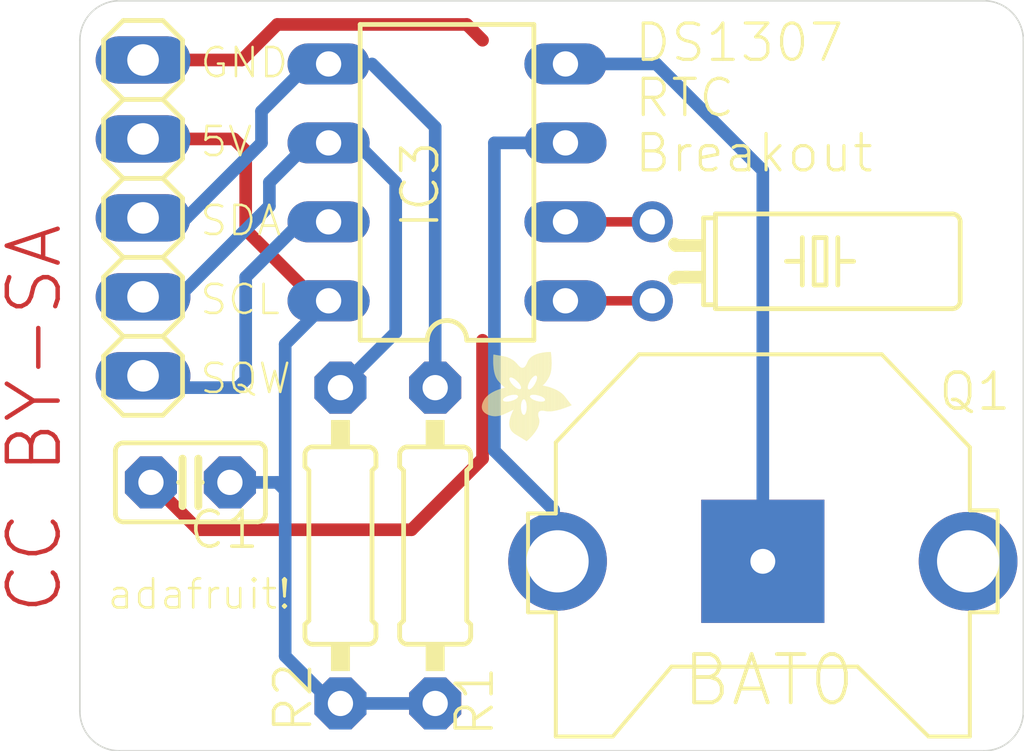
<source format=kicad_pcb>
(kicad_pcb (version 20211014) (generator pcbnew)
  (layers (0 "F.Cu" signal) (1 "In1.Cu" signal) (2 "In2.Cu" signal) (3 "In3.Cu" signal) (4 "In4.Cu" signal) (5 "In5.Cu" signal) (6 "In6.Cu" signal) (7 "In7.Cu" signal) (8 "In8.Cu" signal) (9 "In9.Cu" signal) (10 "In10.Cu" signal) (11 "In11.Cu" signal) (12 "In12.Cu" signal) (13 "In13.Cu" signal) (14 "In14.Cu" signal) (31 "B.Cu" signal) (34 "B.Paste" user) (35 "F.Paste" user) (36 "B.SilkS" user "B.Silkscreen") (37 "F.SilkS" user "F.Silkscreen") (38 "B.Mask" user) (39 "F.Mask" user) (44 "Edge.Cuts" user))
  (net 0 "")
  (net 1 "GND")
  (net 2 "VCC")
  (net 3 "SDA")
  (net 4 "SCL")
  (net 5 "N$14")
  (net 6 "N$15")
  (net 7 "N$39")
  (net 8 "SQW")
  (footprint "" (layer "F.Cu") (at 135.9916 114.5286)
    (fp_text reference "@HOLE1" hide)
    (fp_text value "" (at 0 0) (layer "F.SilkS") (effects (font (size 1.27 1.27))))
    (pad "" np_thru_hole circle (at 0 0) (size 3.2 3.2) (drill 3.2) (layers *.Cu *.Mask))
  )
  (footprint "ds1307:0207_10" (layer "F.Cu") (at 141.7066 110.4646 90)
    (fp_text reference "R2" (at -6.096 -1.524 90) (layer "F.SilkS") (effects (font (size 1.1557 1.1557) (thickness 0.1143)) (justify left)))
    (fp_text value "2.2K")
    (pad "1" thru_hole roundrect (at -5.08 0 90) (size 1.6764 1.6764) (drill 0.8128) (layers *.Cu *.Mask) (chamfer_ratio 0.2928932188) (chamfer top_left top_right bottom_left bottom_right) (net 2 "VCC"))
    (pad "2" thru_hole roundrect (at 5.08 0 90) (size 1.6764 1.6764) (drill 0.8128) (layers *.Cu *.Mask) (chamfer_ratio 0.2928932188) (chamfer top_left top_right bottom_left bottom_right) (net 4 "SCL"))
  )
  (footprint "ds1307:ADAFRUIT200MIL" (layer "F.Cu") (at 147.8026 105.6386 180)
    (fp_text reference "U$1" hide)
    (fp_text value "" hide)
  )
  (footprint "ds1307:DIL08" (layer "F.Cu") (at 145.1356 98.7806 90)
    (fp_text reference "IC3" (at 1.397 -0.8636 90) (layer "F.SilkS") (effects (font (size 1.1557 1.1557) (thickness 0.1143)) (justify right)))
    (fp_text value "DS1307")
    (pad "1" thru_hole oval (at -3.81 3.81 180) (size 2.6416 1.3208) (drill 0.8128) (layers *.Cu *.Mask) (net 5 "N$14"))
    (pad "2" thru_hole oval (at -1.27 3.81 180) (size 2.6416 1.3208) (drill 0.8128) (layers *.Cu *.Mask) (net 6 "N$15"))
    (pad "3" thru_hole oval (at 1.27 3.81 180) (size 2.6416 1.3208) (drill 0.8128) (layers *.Cu *.Mask) (net 7 "N$39"))
    (pad "4" thru_hole oval (at 3.81 3.81 180) (size 2.6416 1.3208) (drill 0.8128) (layers *.Cu *.Mask) (net 1 "GND"))
    (pad "5" thru_hole oval (at 3.81 -3.81 180) (size 2.6416 1.3208) (drill 0.8128) (layers *.Cu *.Mask) (net 3 "SDA"))
    (pad "6" thru_hole oval (at 1.27 -3.81 180) (size 2.6416 1.3208) (drill 0.8128) (layers *.Cu *.Mask) (net 4 "SCL"))
    (pad "7" thru_hole oval (at -1.27 -3.81 180) (size 2.6416 1.3208) (drill 0.8128) (layers *.Cu *.Mask) (net 8 "SQW"))
    (pad "8" thru_hole oval (at -3.81 -3.81 180) (size 2.6416 1.3208) (drill 0.8128) (layers *.Cu *.Mask) (net 2 "VCC"))
  )
  (footprint "ds1307:0207_10" (layer "F.Cu") (at 144.7546 110.4646 -90)
    (fp_text reference "R1" (at 3.81 -1.27 90) (layer "F.SilkS") (effects (font (size 1.1557 1.1557) (thickness 0.1143)) (justify right)))
    (fp_text value "2.2k")
    (pad "1" thru_hole roundrect (at -5.08 0 270) (size 1.6764 1.6764) (drill 0.8128) (layers *.Cu *.Mask) (chamfer_ratio 0.2928932188) (chamfer top_left top_right bottom_left bottom_right) (net 3 "SDA"))
    (pad "2" thru_hole roundrect (at 5.08 0 270) (size 1.6764 1.6764) (drill 0.8128) (layers *.Cu *.Mask) (chamfer_ratio 0.2928932188) (chamfer top_left top_right bottom_left bottom_right) (net 2 "VCC"))
  )
  (footprint "ds1307:1X05" (layer "F.Cu") (at 135.3566 99.9236 90)
    (fp_text reference "JP2" hide)
    (fp_text value "")
    (pad "1" thru_hole oval (at -5.08 0 180) (size 3.048 1.524) (drill 1.016) (layers *.Cu *.Mask) (net 8 "SQW"))
    (pad "2" thru_hole oval (at -2.54 0 180) (size 3.048 1.524) (drill 1.016) (layers *.Cu *.Mask) (net 4 "SCL"))
    (pad "3" thru_hole oval (at 0 0 180) (size 3.048 1.524) (drill 1.016) (layers *.Cu *.Mask) (net 3 "SDA"))
    (pad "4" thru_hole oval (at 2.54 0 180) (size 3.048 1.524) (drill 1.016) (layers *.Cu *.Mask) (net 2 "VCC"))
    (pad "5" thru_hole oval (at 5.08 0 180) (size 3.048 1.524) (drill 1.016) (layers *.Cu *.Mask) (net 1 "GND"))
  )
  (footprint "ds1307:TC38H" (layer "F.Cu") (at 151.7396 101.3206 -90)
    (fp_text reference "Q1" (at 4.191 -9.144) (layer "F.SilkS") (effects (font (size 1.1557 1.1557) (thickness 0.1143)) (justify left)))
    (fp_text value "32.768")
    (pad "1" thru_hole circle (at -1.27 0 270) (size 1.3208 1.3208) (drill 0.8128) (layers *.Cu *.Mask) (net 6 "N$15"))
    (pad "2" thru_hole circle (at 1.27 0 270) (size 1.3208 1.3208) (drill 0.8128) (layers *.Cu *.Mask) (net 5 "N$14"))
  )
  (footprint "ds1307:C025-025X050" (layer "F.Cu") (at 136.8806 108.4326 180)
    (fp_text reference "C1" (at -2.286 -1.524) (layer "F.SilkS") (effects (font (size 1.1557 1.1557) (thickness 0.1143)) (justify right)))
    (fp_text value "0.1uF")
    (pad "1" thru_hole roundrect (at -1.27 0 180) (size 1.6764 1.6764) (drill 0.8128) (layers *.Cu *.Mask) (chamfer_ratio 0.2928932188) (chamfer top_left top_right bottom_left bottom_right) (net 2 "VCC"))
    (pad "2" thru_hole roundrect (at 1.27 0 180) (size 1.6764 1.6764) (drill 0.8128) (layers *.Cu *.Mask) (chamfer_ratio 0.2928932188) (chamfer top_left top_right bottom_left bottom_right) (net 1 "GND"))
  )
  (footprint "ds1307:CR1220-THM" (layer "F.Cu") (at 155.2956 110.9726 180)
    (fp_text reference "BAT0" (at -3.048 -3.824) (layer "F.SilkS") (effects (font (size 1.553017 1.553017) (thickness 0.123383)) (justify right)))
    (fp_text value "CR1220")
    (pad "+1" thru_hole circle (at -6.604 0 180) (size 3.175 3.175) (drill 2) (layers *.Cu *.Mask))
    (pad "+2" thru_hole circle (at 6.604 0 180) (size 3.175 3.175) (drill 2) (layers *.Cu *.Mask) (net 7 "N$39"))
    (pad "-" thru_hole rect (at 0 0 180) (size 3.9624 3.9624) (drill 0.8) (layers *.Cu *.Mask) (net 1 "GND"))
  )
  (footprint "" (layer "F.Cu") (at 159.9946 95.7326)
    (fp_text reference "@HOLE0" hide)
    (fp_text value "" (at 0 0) (layer "F.SilkS") (effects (font (size 1.27 1.27))))
    (pad "" np_thru_hole circle (at 0 0) (size 3.2 3.2) (drill 3.2) (layers *.Cu *.Mask))
  )
  (gr_line (start 134.5946 92.9386) (end 162.4076 92.9386) (layer "Edge.Cuts") (width 0.05))
  (gr_line (start 163.6776 94.2086) (end 163.6776 115.7986) (layer "Edge.Cuts") (width 0.05))
  (gr_arc (start 133.3246 94.2086) (mid 133.696574 93.310574) (end 134.5946 92.9386) (layer "Edge.Cuts") (width 0.05))
  (gr_arc (start 163.6776 115.7986) (mid 163.305626 116.696626) (end 162.4076 117.0686) (layer "Edge.Cuts") (width 0.05))
  (gr_line (start 162.4076 117.0686) (end 134.5946 117.0686) (layer "Edge.Cuts") (width 0.05))
  (gr_arc (start 134.5946 117.0686) (mid 133.696574 116.696626) (end 133.3246 115.7986) (layer "Edge.Cuts") (width 0.05))
  (gr_arc (start 162.4076 92.9386) (mid 163.305626 93.310574) (end 163.6776 94.2086) (layer "Edge.Cuts") (width 0.05))
  (gr_line (start 133.3246 115.7986) (end 133.3246 94.2086) (layer "Edge.Cuts") (width 0.05))
  (gr_text "CC BY-SA" (at 132.8166 112.7506 90) (layer "F.Cu") (effects (font (size 1.63576 1.63576) (thickness 0.14224)) (justify left bottom)))
  (gr_text "5V" (at 137.1346 98.0186) (layer "F.SilkS") (effects (font (size 0.93472 0.93472) (thickness 0.08128)) (justify left bottom)))
  (gr_text "DS1307" (at 151.1046 94.9706) (layer "F.SilkS") (effects (font (size 1.1684 1.1684) (thickness 0.1016)) (justify left bottom)))
  (gr_text "SQW" (at 137.1346 105.6386) (layer "F.SilkS") (effects (font (size 0.93472 0.93472) (thickness 0.08128)) (justify left bottom)))
  (gr_text "RTC" (at 151.1046 96.7486) (layer "F.SilkS") (effects (font (size 1.1684 1.1684) (thickness 0.1016)) (justify left bottom)))
  (gr_text "SDA" (at 137.1346 100.5586) (layer "F.SilkS") (effects (font (size 0.93472 0.93472) (thickness 0.08128)) (justify left bottom)))
  (gr_text "SCL" (at 137.1346 103.0986) (layer "F.SilkS") (effects (font (size 0.93472 0.93472) (thickness 0.08128)) (justify left bottom)))
  (gr_text "GND" (at 137.1346 95.4786) (layer "F.SilkS") (effects (font (size 0.93472 0.93472) (thickness 0.08128)) (justify left bottom)))
  (gr_text "Breakout" (at 151.1046 98.5266) (layer "F.SilkS") (effects (font (size 1.1684 1.1684) (thickness 0.1016)) (justify left bottom)))
  (gr_text "adafruit!" (at 140.1826 111.4806) (layer "F.SilkS") (effects (font (size 0.93472 0.93472) (thickness 0.08128)) (justify right top)))
  (segment (start 135.6106 108.4326) (end 137.1346 109.9566) (width 0.4064) (layer "F.Cu") (net 1))
  (segment (start 139.6746 93.7006) (end 145.7706 93.7006) (width 0.4064) (layer "F.Cu") (net 1))
  (segment (start 138.5316 94.8436) (end 139.6746 93.7006) (width 0.4064) (layer "F.Cu") (net 1))
  (segment (start 143.9926 109.9566) (end 146.2786 107.6706) (width 0.4064) (layer "F.Cu") (net 1))
  (segment (start 135.3566 94.8436) (end 138.5316 94.8436) (width 0.4064) (layer "F.Cu") (net 1))
  (segment (start 146.2786 107.6706) (end 146.2786 103.8606) (width 0.4064) (layer "F.Cu") (net 1))
  (segment (start 137.1346 109.9566) (end 143.9926 109.9566) (width 0.4064) (layer "F.Cu") (net 1))
  (segment (start 148.9456 94.9706) (end 148.8186 94.9706) (width 0.4064) (layer "F.Cu") (net 1))
  (segment (start 145.7706 93.7006) (end 146.2786 94.2086) (width 0.4064) (layer "F.Cu") (net 1))
  (segment (start 155.2956 98.3996) (end 151.8666 94.9706) (width 0.4064) (layer "B.Cu") (net 1))
  (segment (start 155.2956 110.9726) (end 155.2956 98.3996) (width 0.4064) (layer "B.Cu") (net 1))
  (segment (start 151.8666 94.9706) (end 148.9456 94.9706) (width 0.4064) (layer "B.Cu") (net 1))
  (segment (start 141.3256 102.5906) (end 140.9446 102.5906) (width 0.4064) (layer "F.Cu") (net 2))
  (segment (start 140.9446 102.5906) (end 138.6586 100.3046) (width 0.4064) (layer "F.Cu") (net 2))
  (segment (start 138.6586 100.3046) (end 138.6586 97.7646) (width 0.4064) (layer "F.Cu") (net 2))
  (segment (start 138.6586 97.7646) (end 138.2776 97.3836) (width 0.4064) (layer "F.Cu") (net 2))
  (segment (start 138.2776 97.3836) (end 135.3566 97.3836) (width 0.4064) (layer "F.Cu") (net 2))
  (segment (start 141.7066 115.5446) (end 144.7546 115.5446) (width 0.4064) (layer "B.Cu") (net 2))
  (segment (start 139.9286 108.6866) (end 139.6746 108.4326) (width 0.4064) (layer "B.Cu") (net 2))
  (segment (start 139.9286 108.6866) (end 139.9286 103.9876) (width 0.4064) (layer "B.Cu") (net 2))
  (segment (start 139.6746 108.4326) (end 138.1506 108.4326) (width 0.4064) (layer "B.Cu") (net 2))
  (segment (start 139.9286 114.0206) (end 139.9286 108.6866) (width 0.4064) (layer "B.Cu") (net 2))
  (segment (start 141.4526 115.5446) (end 139.9286 114.0206) (width 0.4064) (layer "B.Cu") (net 2))
  (segment (start 141.7066 115.5446) (end 141.4526 115.5446) (width 0.4064) (layer "B.Cu") (net 2))
  (segment (start 139.9286 103.9876) (end 141.3256 102.5906) (width 0.4064) (layer "B.Cu") (net 2))
  (segment (start 144.7546 97.0026) (end 142.7226 94.9706) (width 0.4064) (layer "B.Cu") (net 3))
  (segment (start 139.1666 96.4946) (end 140.6906 94.9706) (width 0.4064) (layer "B.Cu") (net 3))
  (segment (start 144.7546 105.3846) (end 144.7546 97.0026) (width 0.4064) (layer "B.Cu") (net 3))
  (segment (start 140.6906 94.9706) (end 141.3256 94.9706) (width 0.4064) (layer "B.Cu") (net 3))
  (segment (start 135.3566 99.9236) (end 136.7536 99.9236) (width 0.4064) (layer "B.Cu") (net 3))
  (segment (start 136.7536 99.9236) (end 139.1666 97.5106) (width 0.4064) (layer "B.Cu") (net 3))
  (segment (start 139.1666 97.5106) (end 139.1666 96.4946) (width 0.4064) (layer "B.Cu") (net 3))
  (segment (start 141.3256 94.9706) (end 141.9606 94.9706) (width 0.4064) (layer "B.Cu") (net 3))
  (segment (start 140.9446 97.7646) (end 141.3256 97.3836) (width 0.4064) (layer "B.Cu") (net 4))
  (segment (start 136.4996 102.4636) (end 139.4206 99.5426) (width 0.4064) (layer "B.Cu") (net 4))
  (segment (start 142.2146 97.5106) (end 143.4846 98.7806) (width 0.4064) (layer "B.Cu") (net 4))
  (segment (start 143.4846 98.7806) (end 143.4846 103.6066) (width 0.4064) (layer "B.Cu") (net 4))
  (segment (start 141.3256 97.5106) (end 142.2146 97.5106) (width 0.4064) (layer "B.Cu") (net 4))
  (segment (start 141.3256 97.5106) (end 141.1986 97.5106) (width 0.4064) (layer "B.Cu") (net 4))
  (segment (start 141.3256 97.3836) (end 141.4526 97.2566) (width 0.4064) (layer "B.Cu") (net 4))
  (segment (start 140.4366 97.7646) (end 140.9446 97.7646) (width 0.4064) (layer "B.Cu") (net 4))
  (segment (start 141.3256 97.3836) (end 141.3256 97.5106) (width 0.4064) (layer "B.Cu") (net 4))
  (segment (start 135.3566 102.4636) (end 136.4996 102.4636) (width 0.4064) (layer "B.Cu") (net 4))
  (segment (start 139.4206 99.5426) (end 139.4206 98.7806) (width 0.4064) (layer "B.Cu") (net 4))
  (segment (start 143.4846 103.6066) (end 141.7066 105.3846) (width 0.4064) (layer "B.Cu") (net 4))
  (segment (start 139.4206 98.7806) (end 140.4366 97.7646) (width 0.4064) (layer "B.Cu") (net 4))
  (segment (start 149.1996 102.5906) (end 149.2631 102.607615) (width 0.3048) (layer "F.Cu") (net 5))
  (segment (start 149.2631 102.607615) (end 149.309585 102.6541) (width 0.3048) (layer "F.Cu") (net 5))
  (segment (start 149.3266 102.7176) (end 149.343615 102.6541) (width 0.3048) (layer "F.Cu") (net 5))
  (segment (start 149.343615 102.6541) (end 149.3901 102.607615) (width 0.3048) (layer "F.Cu") (net 5))
  (segment (start 149.309585 102.6541) (end 149.3266 102.7176) (width 0.3048) (layer "F.Cu") (net 5))
  (segment (start 148.9456 102.5906) (end 149.1996 102.5906) (width 0.3048) (layer "F.Cu") (net 5))
  (segment (start 149.3266 102.7176) (end 149.3266 102.7176) (width 0.3048) (layer "F.Cu") (net 5))
  (segment (start 149.3901 102.607615) (end 149.4536 102.5906) (width 0.3048) (layer "F.Cu") (net 5))
  (segment (start 149.4536 102.5906) (end 151.7396 102.5906) (width 0.3048) (layer "F.Cu") (net 5))
  (segment (start 149.1996 102.5906) (end 149.1996 102.5906) (width 0.3048) (layer "F.Cu") (net 5))
  (segment (start 148.9456 100.0506) (end 151.7396 100.0506) (width 0.3048) (layer "F.Cu") (net 6))
  (segment (start 148.5646 110.9726) (end 148.5646 109.3216) (width 0.4064) (layer "B.Cu") (net 7))
  (segment (start 148.6916 110.9726) (end 148.5646 110.9726) (width 0.4064) (layer "B.Cu") (net 7))
  (segment (start 146.6596 107.4166) (end 146.6596 97.5106) (width 0.4064) (layer "B.Cu") (net 7))
  (segment (start 146.6596 97.5106) (end 148.9456 97.5106) (width 0.4064) (layer "B.Cu") (net 7))
  (segment (start 148.5646 109.3216) (end 146.6596 107.4166) (width 0.4064) (layer "B.Cu") (net 7))
  (segment (start 135.8646 105.3846) (end 135.6106 105.1306) (width 0.4064) (layer "B.Cu") (net 8))
  (segment (start 138.4046 105.3846) (end 138.6586 105.1306) (width 0.4064) (layer "B.Cu") (net 8))
  (segment (start 138.6586 101.8286) (end 140.4366 100.0506) (width 0.4064) (layer "B.Cu") (net 8))
  (segment (start 135.6106 105.1306) (end 135.2296 105.1306) (width 0.4064) (layer "B.Cu") (net 8))
  (segment (start 135.1026 105.1306) (end 135.2296 105.1306) (width 0.4064) (layer "B.Cu") (net 8))
  (segment (start 135.8646 105.3846) (end 138.4046 105.3846) (width 0.4064) (layer "B.Cu") (net 8))
  (segment (start 140.4366 100.0506) (end 141.3256 100.0506) (width 0.4064) (layer "B.Cu") (net 8))
  (segment (start 138.6586 105.1306) (end 138.6586 101.8286) (width 0.4064) (layer "B.Cu") (net 8))
  (segment (start 135.2296 105.1306) (end 135.3566 105.0036) (width 0.4064) (layer "B.Cu") (net 8))
)
</source>
